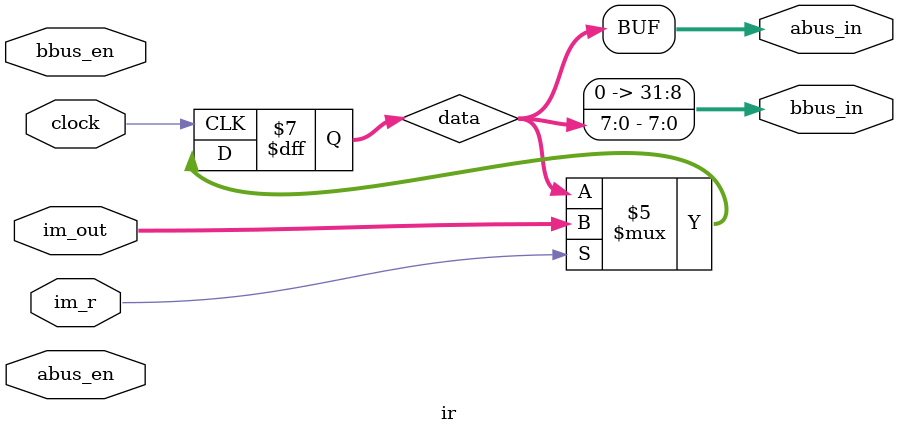
<source format=v>
module ir (	input [31:0] im_out,
				input [2:0] abus_en, bbus_en,
				input im_r, clock,
				output wire [31:0] bbus_in,
				output wire [31:0] abus_in);
	
	reg [31:0] data = 32'b0; 
	
	initial begin
		data = 0;
	end
	
	always @(negedge clock)
		begin 
			if (im_r == 1) 
				data <= im_out;
		end
		
	assign abus_in = data;
	assign bbus_in = data[7:0];
	
endmodule 
</source>
